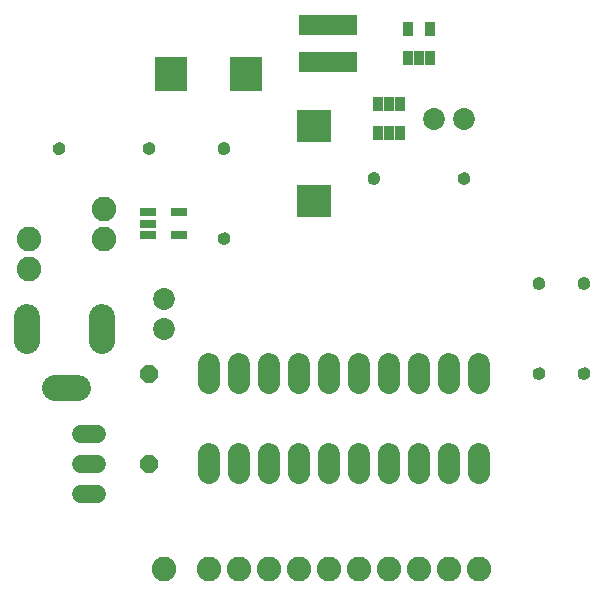
<source format=gts>
G75*
G70*
%OFA0B0*%
%FSLAX24Y24*%
%IPPOS*%
%LPD*%
%AMOC8*
5,1,8,0,0,1.08239X$1,22.5*
%
%ADD10C,0.0740*%
%ADD11C,0.0395*%
%ADD12C,0.0820*%
%ADD13OC8,0.0600*%
%ADD14R,0.0552X0.0297*%
%ADD15C,0.0730*%
%ADD16C,0.0050*%
%ADD17C,0.0867*%
%ADD18R,0.0356X0.0474*%
%ADD19R,0.1970X0.0710*%
%ADD20R,0.1084X0.1143*%
%ADD21R,0.1143X0.1084*%
%ADD22C,0.0600*%
D10*
X009500Y007860D02*
X009500Y008520D01*
X010500Y008520D02*
X010500Y007860D01*
X011500Y007860D02*
X011500Y008520D01*
X012500Y008520D02*
X012500Y007860D01*
X013500Y007860D02*
X013500Y008520D01*
X014500Y008520D02*
X014500Y007860D01*
X015500Y007860D02*
X015500Y008520D01*
X016500Y008520D02*
X016500Y007860D01*
X017500Y007860D02*
X017500Y008520D01*
X018500Y008520D02*
X018500Y007860D01*
X018500Y010860D02*
X018500Y011520D01*
X017500Y011520D02*
X017500Y010860D01*
X016500Y010860D02*
X016500Y011520D01*
X015500Y011520D02*
X015500Y010860D01*
X014500Y010860D02*
X014500Y011520D01*
X013500Y011520D02*
X013500Y010860D01*
X012500Y010860D02*
X012500Y011520D01*
X011500Y011520D02*
X011500Y010860D01*
X010500Y010860D02*
X010500Y011520D01*
X009500Y011520D02*
X009500Y010860D01*
D11*
X009500Y011190D03*
X010500Y011190D03*
X011500Y011190D03*
X012500Y011190D03*
X013500Y011190D03*
X014500Y011190D03*
X015500Y011190D03*
X016500Y011190D03*
X017500Y011190D03*
X018500Y011190D03*
X018500Y008190D03*
X017500Y008190D03*
X016500Y008190D03*
X015500Y008190D03*
X014500Y008190D03*
X013500Y008190D03*
X012500Y008190D03*
X011500Y008190D03*
X010500Y008190D03*
X009500Y008190D03*
D12*
X009500Y004690D03*
X010500Y004690D03*
X011500Y004690D03*
X012500Y004690D03*
X013500Y004690D03*
X014500Y004690D03*
X015500Y004690D03*
X016500Y004690D03*
X017500Y004690D03*
X018500Y004690D03*
X008000Y004690D03*
X003500Y014690D03*
X003500Y015690D03*
X006000Y015690D03*
X006000Y016690D03*
D13*
X007500Y011190D03*
X007500Y008190D03*
D14*
X007488Y015816D03*
X007488Y016190D03*
X007488Y016564D03*
X008512Y016564D03*
X008512Y015816D03*
D15*
X008000Y013690D03*
X008000Y012690D03*
X017000Y019690D03*
X018000Y019690D03*
D16*
X018000Y017865D02*
X017962Y017861D01*
X017925Y017848D01*
X017892Y017828D01*
X017865Y017801D01*
X017844Y017769D01*
X017831Y017732D01*
X017826Y017694D01*
X017830Y017654D01*
X017842Y017617D01*
X017863Y017583D01*
X017890Y017554D01*
X017924Y017533D01*
X017961Y017519D01*
X018000Y017514D01*
X018040Y017519D01*
X018077Y017534D01*
X018111Y017556D01*
X018139Y017585D01*
X018159Y017620D01*
X018171Y017658D01*
X018175Y017698D01*
X018170Y017736D01*
X018156Y017772D01*
X018135Y017804D01*
X018107Y017830D01*
X018075Y017850D01*
X018038Y017862D01*
X018000Y017865D01*
X017918Y017844D02*
X018084Y017844D01*
X018141Y017796D02*
X017861Y017796D01*
X017836Y017747D02*
X018166Y017747D01*
X018175Y017699D02*
X017827Y017699D01*
X017831Y017650D02*
X018169Y017650D01*
X018148Y017602D02*
X017852Y017602D01*
X017892Y017553D02*
X018107Y017553D01*
X015172Y017695D02*
X015169Y017655D01*
X015156Y017617D01*
X015136Y017582D01*
X015108Y017553D01*
X014886Y017553D01*
X014887Y017551D02*
X014860Y017580D01*
X014839Y017614D01*
X014827Y017651D01*
X014823Y017691D01*
X014828Y017729D01*
X014841Y017766D01*
X014862Y017798D01*
X014889Y017825D01*
X014922Y017846D01*
X014959Y017858D01*
X014997Y017862D01*
X015035Y017859D01*
X015072Y017847D01*
X015105Y017827D01*
X015132Y017801D01*
X015153Y017769D01*
X015167Y017733D01*
X015172Y017695D01*
X015172Y017699D02*
X014824Y017699D01*
X014834Y017747D02*
X015162Y017747D01*
X015136Y017796D02*
X014860Y017796D01*
X014920Y017844D02*
X015076Y017844D01*
X015167Y017650D02*
X014827Y017650D01*
X014847Y017602D02*
X015147Y017602D01*
X015108Y017553D02*
X015074Y017531D01*
X015037Y017516D01*
X014997Y017511D01*
X014958Y017516D01*
X014921Y017530D01*
X014887Y017551D01*
X010171Y018651D02*
X010157Y018613D01*
X010136Y018580D01*
X010107Y018553D01*
X010073Y018532D01*
X010035Y018520D01*
X009996Y018516D01*
X009958Y018521D01*
X009921Y018534D01*
X009889Y018555D01*
X009862Y018582D01*
X009841Y018615D01*
X009829Y018652D01*
X009825Y018690D01*
X009828Y018728D01*
X009840Y018765D01*
X009860Y018797D01*
X009886Y018825D01*
X009918Y018846D01*
X009954Y018860D01*
X009992Y018865D01*
X010032Y018861D01*
X010070Y018849D01*
X010105Y018829D01*
X010134Y018801D01*
X010156Y018767D01*
X010170Y018730D01*
X010176Y018690D01*
X010171Y018651D01*
X010173Y018669D02*
X009827Y018669D01*
X009827Y018717D02*
X010172Y018717D01*
X010157Y018766D02*
X009841Y018766D01*
X009876Y018814D02*
X010120Y018814D01*
X010020Y018863D02*
X009974Y018863D01*
X009840Y018620D02*
X010160Y018620D01*
X010126Y018572D02*
X009872Y018572D01*
X009951Y018523D02*
X010045Y018523D01*
X007677Y018689D02*
X007672Y018651D01*
X007659Y018614D01*
X007638Y018582D01*
X007611Y018555D01*
X007578Y018534D01*
X007541Y018522D01*
X007503Y018518D01*
X007465Y018521D01*
X007428Y018533D01*
X007395Y018553D01*
X007368Y018579D01*
X007347Y018611D01*
X007333Y018647D01*
X007328Y018685D01*
X007331Y018725D01*
X007344Y018763D01*
X007364Y018798D01*
X007392Y018827D01*
X007426Y018849D01*
X007463Y018863D01*
X007503Y018869D01*
X007542Y018864D01*
X007579Y018850D01*
X007613Y018828D01*
X007640Y018800D01*
X007661Y018766D01*
X007673Y018728D01*
X007677Y018689D01*
X007674Y018669D02*
X007330Y018669D01*
X007331Y018717D02*
X007674Y018717D01*
X007661Y018766D02*
X007345Y018766D01*
X007380Y018814D02*
X007627Y018814D01*
X007546Y018863D02*
X007461Y018863D01*
X007343Y018620D02*
X007661Y018620D01*
X007628Y018572D02*
X007376Y018572D01*
X007460Y018523D02*
X007545Y018523D01*
X009889Y015822D02*
X009863Y015794D01*
X009843Y015762D01*
X009831Y015725D01*
X009828Y015687D01*
X009832Y015649D01*
X009844Y015612D01*
X009865Y015579D01*
X009892Y015552D01*
X009924Y015531D01*
X009961Y015518D01*
X009999Y015513D01*
X010038Y015517D01*
X010076Y015529D01*
X010110Y015550D01*
X010139Y015577D01*
X010160Y015610D01*
X010174Y015648D01*
X010179Y015687D01*
X010173Y015727D01*
X010159Y015764D01*
X010137Y015798D01*
X010108Y015826D01*
X010073Y015846D01*
X010035Y015858D01*
X009995Y015862D01*
X009957Y015857D01*
X009921Y015843D01*
X009889Y015822D01*
X009875Y015807D02*
X010127Y015807D01*
X010161Y015759D02*
X009842Y015759D01*
X009830Y015710D02*
X010176Y015710D01*
X010176Y015662D02*
X009831Y015662D01*
X009844Y015613D02*
X010161Y015613D01*
X010125Y015565D02*
X009879Y015565D01*
X009974Y015516D02*
X010031Y015516D01*
X010044Y015856D02*
X009954Y015856D01*
X004656Y018611D02*
X004635Y018579D01*
X004608Y018552D01*
X004575Y018531D01*
X004538Y018519D01*
X004500Y018515D01*
X004462Y018518D01*
X004425Y018530D01*
X004393Y018550D01*
X004365Y018576D01*
X004344Y018608D01*
X004330Y018644D01*
X004325Y018682D01*
X004329Y018722D01*
X004341Y018760D01*
X004361Y018795D01*
X004389Y018824D01*
X004423Y018846D01*
X004460Y018860D01*
X004500Y018866D01*
X004539Y018861D01*
X004576Y018847D01*
X004610Y018825D01*
X004637Y018797D01*
X004658Y018763D01*
X004670Y018725D01*
X004674Y018686D01*
X004669Y018648D01*
X004656Y018611D01*
X004659Y018620D02*
X004339Y018620D01*
X004327Y018669D02*
X004672Y018669D01*
X004671Y018717D02*
X004328Y018717D01*
X004344Y018766D02*
X004656Y018766D01*
X004621Y018814D02*
X004380Y018814D01*
X004475Y018863D02*
X004526Y018863D01*
X004628Y018572D02*
X004370Y018572D01*
X004447Y018523D02*
X004550Y018523D01*
X020328Y014228D02*
X020325Y014190D01*
X020329Y014152D01*
X020341Y014115D01*
X020362Y014082D01*
X020389Y014055D01*
X020421Y014034D01*
X020458Y014021D01*
X020496Y014016D01*
X020535Y014020D01*
X020573Y014032D01*
X020607Y014053D01*
X020636Y014080D01*
X020657Y014113D01*
X020671Y014151D01*
X020676Y014190D01*
X020670Y014230D01*
X020656Y014267D01*
X020634Y014301D01*
X020605Y014329D01*
X020570Y014349D01*
X020532Y014361D01*
X020492Y014365D01*
X020454Y014360D01*
X020418Y014346D01*
X020386Y014325D01*
X020360Y014297D01*
X020340Y014265D01*
X020328Y014228D01*
X020326Y014207D02*
X020674Y014207D01*
X020672Y014158D02*
X020328Y014158D01*
X020345Y014110D02*
X020655Y014110D01*
X020616Y014061D02*
X020382Y014061D01*
X020337Y014255D02*
X020661Y014255D01*
X020631Y014304D02*
X020366Y014304D01*
X020433Y014352D02*
X020561Y014352D01*
X021828Y014228D02*
X021825Y014190D01*
X021829Y014152D01*
X021841Y014115D01*
X021862Y014082D01*
X021889Y014055D01*
X021921Y014034D01*
X021958Y014021D01*
X021996Y014016D01*
X022035Y014020D01*
X022073Y014032D01*
X022107Y014053D01*
X022136Y014080D01*
X022157Y014113D01*
X022171Y014151D01*
X022176Y014190D01*
X022170Y014230D01*
X022156Y014267D01*
X022134Y014301D01*
X022105Y014329D01*
X022070Y014349D01*
X022032Y014361D01*
X021992Y014365D01*
X021954Y014360D01*
X021918Y014346D01*
X021886Y014325D01*
X021860Y014297D01*
X021840Y014265D01*
X021828Y014228D01*
X021826Y014207D02*
X022174Y014207D01*
X022172Y014158D02*
X021828Y014158D01*
X021845Y014110D02*
X022155Y014110D01*
X022116Y014061D02*
X021882Y014061D01*
X021837Y014255D02*
X022161Y014255D01*
X022131Y014304D02*
X021866Y014304D01*
X021933Y014352D02*
X022061Y014352D01*
X021995Y011362D02*
X022035Y011358D01*
X022073Y011346D01*
X022108Y011326D01*
X022137Y011298D01*
X022159Y011264D01*
X022173Y011227D01*
X022179Y011187D01*
X022174Y011148D01*
X022160Y011110D01*
X022139Y011077D01*
X022110Y011050D01*
X022076Y011029D01*
X022038Y011017D01*
X021999Y011013D01*
X021961Y011018D01*
X021924Y011031D01*
X021892Y011052D01*
X021865Y011079D01*
X021844Y011112D01*
X021832Y011149D01*
X021828Y011187D01*
X021831Y011225D01*
X021843Y011262D01*
X021863Y011294D01*
X021889Y011322D01*
X021921Y011343D01*
X021957Y011357D01*
X021995Y011362D01*
X021926Y011345D02*
X022075Y011345D01*
X022138Y011296D02*
X021865Y011296D01*
X021839Y011248D02*
X022165Y011248D01*
X022177Y011199D02*
X021829Y011199D01*
X021832Y011151D02*
X022174Y011151D01*
X022155Y011102D02*
X021850Y011102D01*
X021889Y011054D02*
X022114Y011054D01*
X020679Y011187D02*
X020674Y011148D01*
X020660Y011110D01*
X020639Y011077D01*
X020610Y011050D01*
X020576Y011029D01*
X020538Y011017D01*
X020499Y011013D01*
X020461Y011018D01*
X020424Y011031D01*
X020392Y011052D01*
X020365Y011079D01*
X020344Y011112D01*
X020332Y011149D01*
X020328Y011187D01*
X020331Y011225D01*
X020343Y011262D01*
X020363Y011294D01*
X020389Y011322D01*
X020421Y011343D01*
X020457Y011357D01*
X020495Y011362D01*
X020535Y011358D01*
X020573Y011346D01*
X020608Y011326D01*
X020637Y011298D01*
X020659Y011264D01*
X020673Y011227D01*
X020679Y011187D01*
X020677Y011199D02*
X020329Y011199D01*
X020332Y011151D02*
X020674Y011151D01*
X020655Y011102D02*
X020350Y011102D01*
X020389Y011054D02*
X020614Y011054D01*
X020665Y011248D02*
X020339Y011248D01*
X020365Y011296D02*
X020638Y011296D01*
X020575Y011345D02*
X020426Y011345D01*
D17*
X005933Y012280D02*
X005933Y013068D01*
X005146Y010706D02*
X004358Y010706D01*
X003453Y012280D02*
X003453Y013068D01*
D18*
X015126Y019217D03*
X015500Y019217D03*
X015874Y019217D03*
X015874Y020162D03*
X015500Y020162D03*
X015126Y020162D03*
X016126Y021717D03*
X016500Y021717D03*
X016874Y021717D03*
X016874Y022662D03*
X016126Y022662D03*
D19*
X013461Y022820D03*
X013461Y021560D03*
D20*
X010748Y021190D03*
X008252Y021190D03*
D21*
X013000Y019438D03*
X013000Y016942D03*
D22*
X005760Y007190D02*
X005240Y007190D01*
X005240Y008190D02*
X005760Y008190D01*
X005760Y009190D02*
X005240Y009190D01*
M02*

</source>
